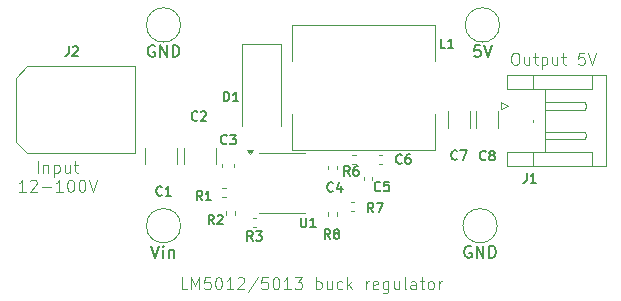
<source format=gbr>
%TF.GenerationSoftware,KiCad,Pcbnew,9.0.0*%
%TF.CreationDate,2025-04-05T15:37:09+05:30*%
%TF.ProjectId,Soldr_project,536f6c64-725f-4707-926f-6a6563742e6b,rev?*%
%TF.SameCoordinates,Original*%
%TF.FileFunction,Legend,Top*%
%TF.FilePolarity,Positive*%
%FSLAX46Y46*%
G04 Gerber Fmt 4.6, Leading zero omitted, Abs format (unit mm)*
G04 Created by KiCad (PCBNEW 9.0.0) date 2025-04-05 15:37:09*
%MOMM*%
%LPD*%
G01*
G04 APERTURE LIST*
%ADD10C,0.125000*%
%ADD11C,0.150000*%
%ADD12C,0.120000*%
G04 APERTURE END LIST*
D10*
X120999998Y-104371119D02*
X120523808Y-104371119D01*
X120523808Y-104371119D02*
X120523808Y-103371119D01*
X121333332Y-104371119D02*
X121333332Y-103371119D01*
X121333332Y-103371119D02*
X121666665Y-104085404D01*
X121666665Y-104085404D02*
X121999998Y-103371119D01*
X121999998Y-103371119D02*
X121999998Y-104371119D01*
X122952379Y-103371119D02*
X122476189Y-103371119D01*
X122476189Y-103371119D02*
X122428570Y-103847309D01*
X122428570Y-103847309D02*
X122476189Y-103799690D01*
X122476189Y-103799690D02*
X122571427Y-103752071D01*
X122571427Y-103752071D02*
X122809522Y-103752071D01*
X122809522Y-103752071D02*
X122904760Y-103799690D01*
X122904760Y-103799690D02*
X122952379Y-103847309D01*
X122952379Y-103847309D02*
X122999998Y-103942547D01*
X122999998Y-103942547D02*
X122999998Y-104180642D01*
X122999998Y-104180642D02*
X122952379Y-104275880D01*
X122952379Y-104275880D02*
X122904760Y-104323500D01*
X122904760Y-104323500D02*
X122809522Y-104371119D01*
X122809522Y-104371119D02*
X122571427Y-104371119D01*
X122571427Y-104371119D02*
X122476189Y-104323500D01*
X122476189Y-104323500D02*
X122428570Y-104275880D01*
X123619046Y-103371119D02*
X123714284Y-103371119D01*
X123714284Y-103371119D02*
X123809522Y-103418738D01*
X123809522Y-103418738D02*
X123857141Y-103466357D01*
X123857141Y-103466357D02*
X123904760Y-103561595D01*
X123904760Y-103561595D02*
X123952379Y-103752071D01*
X123952379Y-103752071D02*
X123952379Y-103990166D01*
X123952379Y-103990166D02*
X123904760Y-104180642D01*
X123904760Y-104180642D02*
X123857141Y-104275880D01*
X123857141Y-104275880D02*
X123809522Y-104323500D01*
X123809522Y-104323500D02*
X123714284Y-104371119D01*
X123714284Y-104371119D02*
X123619046Y-104371119D01*
X123619046Y-104371119D02*
X123523808Y-104323500D01*
X123523808Y-104323500D02*
X123476189Y-104275880D01*
X123476189Y-104275880D02*
X123428570Y-104180642D01*
X123428570Y-104180642D02*
X123380951Y-103990166D01*
X123380951Y-103990166D02*
X123380951Y-103752071D01*
X123380951Y-103752071D02*
X123428570Y-103561595D01*
X123428570Y-103561595D02*
X123476189Y-103466357D01*
X123476189Y-103466357D02*
X123523808Y-103418738D01*
X123523808Y-103418738D02*
X123619046Y-103371119D01*
X124904760Y-104371119D02*
X124333332Y-104371119D01*
X124619046Y-104371119D02*
X124619046Y-103371119D01*
X124619046Y-103371119D02*
X124523808Y-103513976D01*
X124523808Y-103513976D02*
X124428570Y-103609214D01*
X124428570Y-103609214D02*
X124333332Y-103656833D01*
X125285713Y-103466357D02*
X125333332Y-103418738D01*
X125333332Y-103418738D02*
X125428570Y-103371119D01*
X125428570Y-103371119D02*
X125666665Y-103371119D01*
X125666665Y-103371119D02*
X125761903Y-103418738D01*
X125761903Y-103418738D02*
X125809522Y-103466357D01*
X125809522Y-103466357D02*
X125857141Y-103561595D01*
X125857141Y-103561595D02*
X125857141Y-103656833D01*
X125857141Y-103656833D02*
X125809522Y-103799690D01*
X125809522Y-103799690D02*
X125238094Y-104371119D01*
X125238094Y-104371119D02*
X125857141Y-104371119D01*
X126999998Y-103323500D02*
X126142856Y-104609214D01*
X127809522Y-103371119D02*
X127333332Y-103371119D01*
X127333332Y-103371119D02*
X127285713Y-103847309D01*
X127285713Y-103847309D02*
X127333332Y-103799690D01*
X127333332Y-103799690D02*
X127428570Y-103752071D01*
X127428570Y-103752071D02*
X127666665Y-103752071D01*
X127666665Y-103752071D02*
X127761903Y-103799690D01*
X127761903Y-103799690D02*
X127809522Y-103847309D01*
X127809522Y-103847309D02*
X127857141Y-103942547D01*
X127857141Y-103942547D02*
X127857141Y-104180642D01*
X127857141Y-104180642D02*
X127809522Y-104275880D01*
X127809522Y-104275880D02*
X127761903Y-104323500D01*
X127761903Y-104323500D02*
X127666665Y-104371119D01*
X127666665Y-104371119D02*
X127428570Y-104371119D01*
X127428570Y-104371119D02*
X127333332Y-104323500D01*
X127333332Y-104323500D02*
X127285713Y-104275880D01*
X128476189Y-103371119D02*
X128571427Y-103371119D01*
X128571427Y-103371119D02*
X128666665Y-103418738D01*
X128666665Y-103418738D02*
X128714284Y-103466357D01*
X128714284Y-103466357D02*
X128761903Y-103561595D01*
X128761903Y-103561595D02*
X128809522Y-103752071D01*
X128809522Y-103752071D02*
X128809522Y-103990166D01*
X128809522Y-103990166D02*
X128761903Y-104180642D01*
X128761903Y-104180642D02*
X128714284Y-104275880D01*
X128714284Y-104275880D02*
X128666665Y-104323500D01*
X128666665Y-104323500D02*
X128571427Y-104371119D01*
X128571427Y-104371119D02*
X128476189Y-104371119D01*
X128476189Y-104371119D02*
X128380951Y-104323500D01*
X128380951Y-104323500D02*
X128333332Y-104275880D01*
X128333332Y-104275880D02*
X128285713Y-104180642D01*
X128285713Y-104180642D02*
X128238094Y-103990166D01*
X128238094Y-103990166D02*
X128238094Y-103752071D01*
X128238094Y-103752071D02*
X128285713Y-103561595D01*
X128285713Y-103561595D02*
X128333332Y-103466357D01*
X128333332Y-103466357D02*
X128380951Y-103418738D01*
X128380951Y-103418738D02*
X128476189Y-103371119D01*
X129761903Y-104371119D02*
X129190475Y-104371119D01*
X129476189Y-104371119D02*
X129476189Y-103371119D01*
X129476189Y-103371119D02*
X129380951Y-103513976D01*
X129380951Y-103513976D02*
X129285713Y-103609214D01*
X129285713Y-103609214D02*
X129190475Y-103656833D01*
X130095237Y-103371119D02*
X130714284Y-103371119D01*
X130714284Y-103371119D02*
X130380951Y-103752071D01*
X130380951Y-103752071D02*
X130523808Y-103752071D01*
X130523808Y-103752071D02*
X130619046Y-103799690D01*
X130619046Y-103799690D02*
X130666665Y-103847309D01*
X130666665Y-103847309D02*
X130714284Y-103942547D01*
X130714284Y-103942547D02*
X130714284Y-104180642D01*
X130714284Y-104180642D02*
X130666665Y-104275880D01*
X130666665Y-104275880D02*
X130619046Y-104323500D01*
X130619046Y-104323500D02*
X130523808Y-104371119D01*
X130523808Y-104371119D02*
X130238094Y-104371119D01*
X130238094Y-104371119D02*
X130142856Y-104323500D01*
X130142856Y-104323500D02*
X130095237Y-104275880D01*
X131904761Y-104371119D02*
X131904761Y-103371119D01*
X131904761Y-103752071D02*
X131999999Y-103704452D01*
X131999999Y-103704452D02*
X132190475Y-103704452D01*
X132190475Y-103704452D02*
X132285713Y-103752071D01*
X132285713Y-103752071D02*
X132333332Y-103799690D01*
X132333332Y-103799690D02*
X132380951Y-103894928D01*
X132380951Y-103894928D02*
X132380951Y-104180642D01*
X132380951Y-104180642D02*
X132333332Y-104275880D01*
X132333332Y-104275880D02*
X132285713Y-104323500D01*
X132285713Y-104323500D02*
X132190475Y-104371119D01*
X132190475Y-104371119D02*
X131999999Y-104371119D01*
X131999999Y-104371119D02*
X131904761Y-104323500D01*
X133238094Y-103704452D02*
X133238094Y-104371119D01*
X132809523Y-103704452D02*
X132809523Y-104228261D01*
X132809523Y-104228261D02*
X132857142Y-104323500D01*
X132857142Y-104323500D02*
X132952380Y-104371119D01*
X132952380Y-104371119D02*
X133095237Y-104371119D01*
X133095237Y-104371119D02*
X133190475Y-104323500D01*
X133190475Y-104323500D02*
X133238094Y-104275880D01*
X134142856Y-104323500D02*
X134047618Y-104371119D01*
X134047618Y-104371119D02*
X133857142Y-104371119D01*
X133857142Y-104371119D02*
X133761904Y-104323500D01*
X133761904Y-104323500D02*
X133714285Y-104275880D01*
X133714285Y-104275880D02*
X133666666Y-104180642D01*
X133666666Y-104180642D02*
X133666666Y-103894928D01*
X133666666Y-103894928D02*
X133714285Y-103799690D01*
X133714285Y-103799690D02*
X133761904Y-103752071D01*
X133761904Y-103752071D02*
X133857142Y-103704452D01*
X133857142Y-103704452D02*
X134047618Y-103704452D01*
X134047618Y-103704452D02*
X134142856Y-103752071D01*
X134571428Y-104371119D02*
X134571428Y-103371119D01*
X134666666Y-103990166D02*
X134952380Y-104371119D01*
X134952380Y-103704452D02*
X134571428Y-104085404D01*
X136142857Y-104371119D02*
X136142857Y-103704452D01*
X136142857Y-103894928D02*
X136190476Y-103799690D01*
X136190476Y-103799690D02*
X136238095Y-103752071D01*
X136238095Y-103752071D02*
X136333333Y-103704452D01*
X136333333Y-103704452D02*
X136428571Y-103704452D01*
X137142857Y-104323500D02*
X137047619Y-104371119D01*
X137047619Y-104371119D02*
X136857143Y-104371119D01*
X136857143Y-104371119D02*
X136761905Y-104323500D01*
X136761905Y-104323500D02*
X136714286Y-104228261D01*
X136714286Y-104228261D02*
X136714286Y-103847309D01*
X136714286Y-103847309D02*
X136761905Y-103752071D01*
X136761905Y-103752071D02*
X136857143Y-103704452D01*
X136857143Y-103704452D02*
X137047619Y-103704452D01*
X137047619Y-103704452D02*
X137142857Y-103752071D01*
X137142857Y-103752071D02*
X137190476Y-103847309D01*
X137190476Y-103847309D02*
X137190476Y-103942547D01*
X137190476Y-103942547D02*
X136714286Y-104037785D01*
X138047619Y-103704452D02*
X138047619Y-104513976D01*
X138047619Y-104513976D02*
X138000000Y-104609214D01*
X138000000Y-104609214D02*
X137952381Y-104656833D01*
X137952381Y-104656833D02*
X137857143Y-104704452D01*
X137857143Y-104704452D02*
X137714286Y-104704452D01*
X137714286Y-104704452D02*
X137619048Y-104656833D01*
X138047619Y-104323500D02*
X137952381Y-104371119D01*
X137952381Y-104371119D02*
X137761905Y-104371119D01*
X137761905Y-104371119D02*
X137666667Y-104323500D01*
X137666667Y-104323500D02*
X137619048Y-104275880D01*
X137619048Y-104275880D02*
X137571429Y-104180642D01*
X137571429Y-104180642D02*
X137571429Y-103894928D01*
X137571429Y-103894928D02*
X137619048Y-103799690D01*
X137619048Y-103799690D02*
X137666667Y-103752071D01*
X137666667Y-103752071D02*
X137761905Y-103704452D01*
X137761905Y-103704452D02*
X137952381Y-103704452D01*
X137952381Y-103704452D02*
X138047619Y-103752071D01*
X138952381Y-103704452D02*
X138952381Y-104371119D01*
X138523810Y-103704452D02*
X138523810Y-104228261D01*
X138523810Y-104228261D02*
X138571429Y-104323500D01*
X138571429Y-104323500D02*
X138666667Y-104371119D01*
X138666667Y-104371119D02*
X138809524Y-104371119D01*
X138809524Y-104371119D02*
X138904762Y-104323500D01*
X138904762Y-104323500D02*
X138952381Y-104275880D01*
X139571429Y-104371119D02*
X139476191Y-104323500D01*
X139476191Y-104323500D02*
X139428572Y-104228261D01*
X139428572Y-104228261D02*
X139428572Y-103371119D01*
X140380953Y-104371119D02*
X140380953Y-103847309D01*
X140380953Y-103847309D02*
X140333334Y-103752071D01*
X140333334Y-103752071D02*
X140238096Y-103704452D01*
X140238096Y-103704452D02*
X140047620Y-103704452D01*
X140047620Y-103704452D02*
X139952382Y-103752071D01*
X140380953Y-104323500D02*
X140285715Y-104371119D01*
X140285715Y-104371119D02*
X140047620Y-104371119D01*
X140047620Y-104371119D02*
X139952382Y-104323500D01*
X139952382Y-104323500D02*
X139904763Y-104228261D01*
X139904763Y-104228261D02*
X139904763Y-104133023D01*
X139904763Y-104133023D02*
X139952382Y-104037785D01*
X139952382Y-104037785D02*
X140047620Y-103990166D01*
X140047620Y-103990166D02*
X140285715Y-103990166D01*
X140285715Y-103990166D02*
X140380953Y-103942547D01*
X140714287Y-103704452D02*
X141095239Y-103704452D01*
X140857144Y-103371119D02*
X140857144Y-104228261D01*
X140857144Y-104228261D02*
X140904763Y-104323500D01*
X140904763Y-104323500D02*
X141000001Y-104371119D01*
X141000001Y-104371119D02*
X141095239Y-104371119D01*
X141571430Y-104371119D02*
X141476192Y-104323500D01*
X141476192Y-104323500D02*
X141428573Y-104275880D01*
X141428573Y-104275880D02*
X141380954Y-104180642D01*
X141380954Y-104180642D02*
X141380954Y-103894928D01*
X141380954Y-103894928D02*
X141428573Y-103799690D01*
X141428573Y-103799690D02*
X141476192Y-103752071D01*
X141476192Y-103752071D02*
X141571430Y-103704452D01*
X141571430Y-103704452D02*
X141714287Y-103704452D01*
X141714287Y-103704452D02*
X141809525Y-103752071D01*
X141809525Y-103752071D02*
X141857144Y-103799690D01*
X141857144Y-103799690D02*
X141904763Y-103894928D01*
X141904763Y-103894928D02*
X141904763Y-104180642D01*
X141904763Y-104180642D02*
X141857144Y-104275880D01*
X141857144Y-104275880D02*
X141809525Y-104323500D01*
X141809525Y-104323500D02*
X141714287Y-104371119D01*
X141714287Y-104371119D02*
X141571430Y-104371119D01*
X142333335Y-104371119D02*
X142333335Y-103704452D01*
X142333335Y-103894928D02*
X142380954Y-103799690D01*
X142380954Y-103799690D02*
X142428573Y-103752071D01*
X142428573Y-103752071D02*
X142523811Y-103704452D01*
X142523811Y-103704452D02*
X142619049Y-103704452D01*
X148690475Y-84371119D02*
X148880951Y-84371119D01*
X148880951Y-84371119D02*
X148976189Y-84418738D01*
X148976189Y-84418738D02*
X149071427Y-84513976D01*
X149071427Y-84513976D02*
X149119046Y-84704452D01*
X149119046Y-84704452D02*
X149119046Y-85037785D01*
X149119046Y-85037785D02*
X149071427Y-85228261D01*
X149071427Y-85228261D02*
X148976189Y-85323500D01*
X148976189Y-85323500D02*
X148880951Y-85371119D01*
X148880951Y-85371119D02*
X148690475Y-85371119D01*
X148690475Y-85371119D02*
X148595237Y-85323500D01*
X148595237Y-85323500D02*
X148499999Y-85228261D01*
X148499999Y-85228261D02*
X148452380Y-85037785D01*
X148452380Y-85037785D02*
X148452380Y-84704452D01*
X148452380Y-84704452D02*
X148499999Y-84513976D01*
X148499999Y-84513976D02*
X148595237Y-84418738D01*
X148595237Y-84418738D02*
X148690475Y-84371119D01*
X149976189Y-84704452D02*
X149976189Y-85371119D01*
X149547618Y-84704452D02*
X149547618Y-85228261D01*
X149547618Y-85228261D02*
X149595237Y-85323500D01*
X149595237Y-85323500D02*
X149690475Y-85371119D01*
X149690475Y-85371119D02*
X149833332Y-85371119D01*
X149833332Y-85371119D02*
X149928570Y-85323500D01*
X149928570Y-85323500D02*
X149976189Y-85275880D01*
X150309523Y-84704452D02*
X150690475Y-84704452D01*
X150452380Y-84371119D02*
X150452380Y-85228261D01*
X150452380Y-85228261D02*
X150499999Y-85323500D01*
X150499999Y-85323500D02*
X150595237Y-85371119D01*
X150595237Y-85371119D02*
X150690475Y-85371119D01*
X151023809Y-84704452D02*
X151023809Y-85704452D01*
X151023809Y-84752071D02*
X151119047Y-84704452D01*
X151119047Y-84704452D02*
X151309523Y-84704452D01*
X151309523Y-84704452D02*
X151404761Y-84752071D01*
X151404761Y-84752071D02*
X151452380Y-84799690D01*
X151452380Y-84799690D02*
X151499999Y-84894928D01*
X151499999Y-84894928D02*
X151499999Y-85180642D01*
X151499999Y-85180642D02*
X151452380Y-85275880D01*
X151452380Y-85275880D02*
X151404761Y-85323500D01*
X151404761Y-85323500D02*
X151309523Y-85371119D01*
X151309523Y-85371119D02*
X151119047Y-85371119D01*
X151119047Y-85371119D02*
X151023809Y-85323500D01*
X152357142Y-84704452D02*
X152357142Y-85371119D01*
X151928571Y-84704452D02*
X151928571Y-85228261D01*
X151928571Y-85228261D02*
X151976190Y-85323500D01*
X151976190Y-85323500D02*
X152071428Y-85371119D01*
X152071428Y-85371119D02*
X152214285Y-85371119D01*
X152214285Y-85371119D02*
X152309523Y-85323500D01*
X152309523Y-85323500D02*
X152357142Y-85275880D01*
X152690476Y-84704452D02*
X153071428Y-84704452D01*
X152833333Y-84371119D02*
X152833333Y-85228261D01*
X152833333Y-85228261D02*
X152880952Y-85323500D01*
X152880952Y-85323500D02*
X152976190Y-85371119D01*
X152976190Y-85371119D02*
X153071428Y-85371119D01*
X154642857Y-84371119D02*
X154166667Y-84371119D01*
X154166667Y-84371119D02*
X154119048Y-84847309D01*
X154119048Y-84847309D02*
X154166667Y-84799690D01*
X154166667Y-84799690D02*
X154261905Y-84752071D01*
X154261905Y-84752071D02*
X154500000Y-84752071D01*
X154500000Y-84752071D02*
X154595238Y-84799690D01*
X154595238Y-84799690D02*
X154642857Y-84847309D01*
X154642857Y-84847309D02*
X154690476Y-84942547D01*
X154690476Y-84942547D02*
X154690476Y-85180642D01*
X154690476Y-85180642D02*
X154642857Y-85275880D01*
X154642857Y-85275880D02*
X154595238Y-85323500D01*
X154595238Y-85323500D02*
X154500000Y-85371119D01*
X154500000Y-85371119D02*
X154261905Y-85371119D01*
X154261905Y-85371119D02*
X154166667Y-85323500D01*
X154166667Y-85323500D02*
X154119048Y-85275880D01*
X154976191Y-84371119D02*
X155309524Y-85371119D01*
X155309524Y-85371119D02*
X155642857Y-84371119D01*
X108357143Y-94511175D02*
X108357143Y-93511175D01*
X108833333Y-93844508D02*
X108833333Y-94511175D01*
X108833333Y-93939746D02*
X108880952Y-93892127D01*
X108880952Y-93892127D02*
X108976190Y-93844508D01*
X108976190Y-93844508D02*
X109119047Y-93844508D01*
X109119047Y-93844508D02*
X109214285Y-93892127D01*
X109214285Y-93892127D02*
X109261904Y-93987365D01*
X109261904Y-93987365D02*
X109261904Y-94511175D01*
X109738095Y-93844508D02*
X109738095Y-94844508D01*
X109738095Y-93892127D02*
X109833333Y-93844508D01*
X109833333Y-93844508D02*
X110023809Y-93844508D01*
X110023809Y-93844508D02*
X110119047Y-93892127D01*
X110119047Y-93892127D02*
X110166666Y-93939746D01*
X110166666Y-93939746D02*
X110214285Y-94034984D01*
X110214285Y-94034984D02*
X110214285Y-94320698D01*
X110214285Y-94320698D02*
X110166666Y-94415936D01*
X110166666Y-94415936D02*
X110119047Y-94463556D01*
X110119047Y-94463556D02*
X110023809Y-94511175D01*
X110023809Y-94511175D02*
X109833333Y-94511175D01*
X109833333Y-94511175D02*
X109738095Y-94463556D01*
X111071428Y-93844508D02*
X111071428Y-94511175D01*
X110642857Y-93844508D02*
X110642857Y-94368317D01*
X110642857Y-94368317D02*
X110690476Y-94463556D01*
X110690476Y-94463556D02*
X110785714Y-94511175D01*
X110785714Y-94511175D02*
X110928571Y-94511175D01*
X110928571Y-94511175D02*
X111023809Y-94463556D01*
X111023809Y-94463556D02*
X111071428Y-94415936D01*
X111404762Y-93844508D02*
X111785714Y-93844508D01*
X111547619Y-93511175D02*
X111547619Y-94368317D01*
X111547619Y-94368317D02*
X111595238Y-94463556D01*
X111595238Y-94463556D02*
X111690476Y-94511175D01*
X111690476Y-94511175D02*
X111785714Y-94511175D01*
X107333333Y-96121119D02*
X106761905Y-96121119D01*
X107047619Y-96121119D02*
X107047619Y-95121119D01*
X107047619Y-95121119D02*
X106952381Y-95263976D01*
X106952381Y-95263976D02*
X106857143Y-95359214D01*
X106857143Y-95359214D02*
X106761905Y-95406833D01*
X107714286Y-95216357D02*
X107761905Y-95168738D01*
X107761905Y-95168738D02*
X107857143Y-95121119D01*
X107857143Y-95121119D02*
X108095238Y-95121119D01*
X108095238Y-95121119D02*
X108190476Y-95168738D01*
X108190476Y-95168738D02*
X108238095Y-95216357D01*
X108238095Y-95216357D02*
X108285714Y-95311595D01*
X108285714Y-95311595D02*
X108285714Y-95406833D01*
X108285714Y-95406833D02*
X108238095Y-95549690D01*
X108238095Y-95549690D02*
X107666667Y-96121119D01*
X107666667Y-96121119D02*
X108285714Y-96121119D01*
X108714286Y-95740166D02*
X109476191Y-95740166D01*
X110476190Y-96121119D02*
X109904762Y-96121119D01*
X110190476Y-96121119D02*
X110190476Y-95121119D01*
X110190476Y-95121119D02*
X110095238Y-95263976D01*
X110095238Y-95263976D02*
X110000000Y-95359214D01*
X110000000Y-95359214D02*
X109904762Y-95406833D01*
X111095238Y-95121119D02*
X111190476Y-95121119D01*
X111190476Y-95121119D02*
X111285714Y-95168738D01*
X111285714Y-95168738D02*
X111333333Y-95216357D01*
X111333333Y-95216357D02*
X111380952Y-95311595D01*
X111380952Y-95311595D02*
X111428571Y-95502071D01*
X111428571Y-95502071D02*
X111428571Y-95740166D01*
X111428571Y-95740166D02*
X111380952Y-95930642D01*
X111380952Y-95930642D02*
X111333333Y-96025880D01*
X111333333Y-96025880D02*
X111285714Y-96073500D01*
X111285714Y-96073500D02*
X111190476Y-96121119D01*
X111190476Y-96121119D02*
X111095238Y-96121119D01*
X111095238Y-96121119D02*
X111000000Y-96073500D01*
X111000000Y-96073500D02*
X110952381Y-96025880D01*
X110952381Y-96025880D02*
X110904762Y-95930642D01*
X110904762Y-95930642D02*
X110857143Y-95740166D01*
X110857143Y-95740166D02*
X110857143Y-95502071D01*
X110857143Y-95502071D02*
X110904762Y-95311595D01*
X110904762Y-95311595D02*
X110952381Y-95216357D01*
X110952381Y-95216357D02*
X111000000Y-95168738D01*
X111000000Y-95168738D02*
X111095238Y-95121119D01*
X112047619Y-95121119D02*
X112142857Y-95121119D01*
X112142857Y-95121119D02*
X112238095Y-95168738D01*
X112238095Y-95168738D02*
X112285714Y-95216357D01*
X112285714Y-95216357D02*
X112333333Y-95311595D01*
X112333333Y-95311595D02*
X112380952Y-95502071D01*
X112380952Y-95502071D02*
X112380952Y-95740166D01*
X112380952Y-95740166D02*
X112333333Y-95930642D01*
X112333333Y-95930642D02*
X112285714Y-96025880D01*
X112285714Y-96025880D02*
X112238095Y-96073500D01*
X112238095Y-96073500D02*
X112142857Y-96121119D01*
X112142857Y-96121119D02*
X112047619Y-96121119D01*
X112047619Y-96121119D02*
X111952381Y-96073500D01*
X111952381Y-96073500D02*
X111904762Y-96025880D01*
X111904762Y-96025880D02*
X111857143Y-95930642D01*
X111857143Y-95930642D02*
X111809524Y-95740166D01*
X111809524Y-95740166D02*
X111809524Y-95502071D01*
X111809524Y-95502071D02*
X111857143Y-95311595D01*
X111857143Y-95311595D02*
X111904762Y-95216357D01*
X111904762Y-95216357D02*
X111952381Y-95168738D01*
X111952381Y-95168738D02*
X112047619Y-95121119D01*
X112666667Y-95121119D02*
X113000000Y-96121119D01*
X113000000Y-96121119D02*
X113333333Y-95121119D01*
D11*
X130640476Y-98312295D02*
X130640476Y-98959914D01*
X130640476Y-98959914D02*
X130678571Y-99036104D01*
X130678571Y-99036104D02*
X130716666Y-99074200D01*
X130716666Y-99074200D02*
X130792857Y-99112295D01*
X130792857Y-99112295D02*
X130945238Y-99112295D01*
X130945238Y-99112295D02*
X131021428Y-99074200D01*
X131021428Y-99074200D02*
X131059523Y-99036104D01*
X131059523Y-99036104D02*
X131097619Y-98959914D01*
X131097619Y-98959914D02*
X131097619Y-98312295D01*
X131897618Y-99112295D02*
X131440475Y-99112295D01*
X131669047Y-99112295D02*
X131669047Y-98312295D01*
X131669047Y-98312295D02*
X131592856Y-98426580D01*
X131592856Y-98426580D02*
X131516666Y-98502771D01*
X131516666Y-98502771D02*
X131440475Y-98540866D01*
X118238095Y-83752438D02*
X118142857Y-83704819D01*
X118142857Y-83704819D02*
X118000000Y-83704819D01*
X118000000Y-83704819D02*
X117857143Y-83752438D01*
X117857143Y-83752438D02*
X117761905Y-83847676D01*
X117761905Y-83847676D02*
X117714286Y-83942914D01*
X117714286Y-83942914D02*
X117666667Y-84133390D01*
X117666667Y-84133390D02*
X117666667Y-84276247D01*
X117666667Y-84276247D02*
X117714286Y-84466723D01*
X117714286Y-84466723D02*
X117761905Y-84561961D01*
X117761905Y-84561961D02*
X117857143Y-84657200D01*
X117857143Y-84657200D02*
X118000000Y-84704819D01*
X118000000Y-84704819D02*
X118095238Y-84704819D01*
X118095238Y-84704819D02*
X118238095Y-84657200D01*
X118238095Y-84657200D02*
X118285714Y-84609580D01*
X118285714Y-84609580D02*
X118285714Y-84276247D01*
X118285714Y-84276247D02*
X118095238Y-84276247D01*
X118714286Y-84704819D02*
X118714286Y-83704819D01*
X118714286Y-83704819D02*
X119285714Y-84704819D01*
X119285714Y-84704819D02*
X119285714Y-83704819D01*
X119761905Y-84704819D02*
X119761905Y-83704819D01*
X119761905Y-83704819D02*
X120000000Y-83704819D01*
X120000000Y-83704819D02*
X120142857Y-83752438D01*
X120142857Y-83752438D02*
X120238095Y-83847676D01*
X120238095Y-83847676D02*
X120285714Y-83942914D01*
X120285714Y-83942914D02*
X120333333Y-84133390D01*
X120333333Y-84133390D02*
X120333333Y-84276247D01*
X120333333Y-84276247D02*
X120285714Y-84466723D01*
X120285714Y-84466723D02*
X120238095Y-84561961D01*
X120238095Y-84561961D02*
X120142857Y-84657200D01*
X120142857Y-84657200D02*
X120000000Y-84704819D01*
X120000000Y-84704819D02*
X119761905Y-84704819D01*
X117976191Y-100704819D02*
X118309524Y-101704819D01*
X118309524Y-101704819D02*
X118642857Y-100704819D01*
X118976191Y-101704819D02*
X118976191Y-101038152D01*
X118976191Y-100704819D02*
X118928572Y-100752438D01*
X118928572Y-100752438D02*
X118976191Y-100800057D01*
X118976191Y-100800057D02*
X119023810Y-100752438D01*
X119023810Y-100752438D02*
X118976191Y-100704819D01*
X118976191Y-100704819D02*
X118976191Y-100800057D01*
X119452381Y-101038152D02*
X119452381Y-101704819D01*
X119452381Y-101133390D02*
X119500000Y-101085771D01*
X119500000Y-101085771D02*
X119595238Y-101038152D01*
X119595238Y-101038152D02*
X119738095Y-101038152D01*
X119738095Y-101038152D02*
X119833333Y-101085771D01*
X119833333Y-101085771D02*
X119880952Y-101181009D01*
X119880952Y-101181009D02*
X119880952Y-101704819D01*
X145038095Y-100752438D02*
X144942857Y-100704819D01*
X144942857Y-100704819D02*
X144800000Y-100704819D01*
X144800000Y-100704819D02*
X144657143Y-100752438D01*
X144657143Y-100752438D02*
X144561905Y-100847676D01*
X144561905Y-100847676D02*
X144514286Y-100942914D01*
X144514286Y-100942914D02*
X144466667Y-101133390D01*
X144466667Y-101133390D02*
X144466667Y-101276247D01*
X144466667Y-101276247D02*
X144514286Y-101466723D01*
X144514286Y-101466723D02*
X144561905Y-101561961D01*
X144561905Y-101561961D02*
X144657143Y-101657200D01*
X144657143Y-101657200D02*
X144800000Y-101704819D01*
X144800000Y-101704819D02*
X144895238Y-101704819D01*
X144895238Y-101704819D02*
X145038095Y-101657200D01*
X145038095Y-101657200D02*
X145085714Y-101609580D01*
X145085714Y-101609580D02*
X145085714Y-101276247D01*
X145085714Y-101276247D02*
X144895238Y-101276247D01*
X145514286Y-101704819D02*
X145514286Y-100704819D01*
X145514286Y-100704819D02*
X146085714Y-101704819D01*
X146085714Y-101704819D02*
X146085714Y-100704819D01*
X146561905Y-101704819D02*
X146561905Y-100704819D01*
X146561905Y-100704819D02*
X146800000Y-100704819D01*
X146800000Y-100704819D02*
X146942857Y-100752438D01*
X146942857Y-100752438D02*
X147038095Y-100847676D01*
X147038095Y-100847676D02*
X147085714Y-100942914D01*
X147085714Y-100942914D02*
X147133333Y-101133390D01*
X147133333Y-101133390D02*
X147133333Y-101276247D01*
X147133333Y-101276247D02*
X147085714Y-101466723D01*
X147085714Y-101466723D02*
X147038095Y-101561961D01*
X147038095Y-101561961D02*
X146942857Y-101657200D01*
X146942857Y-101657200D02*
X146800000Y-101704819D01*
X146800000Y-101704819D02*
X146561905Y-101704819D01*
X145809523Y-83704819D02*
X145333333Y-83704819D01*
X145333333Y-83704819D02*
X145285714Y-84181009D01*
X145285714Y-84181009D02*
X145333333Y-84133390D01*
X145333333Y-84133390D02*
X145428571Y-84085771D01*
X145428571Y-84085771D02*
X145666666Y-84085771D01*
X145666666Y-84085771D02*
X145761904Y-84133390D01*
X145761904Y-84133390D02*
X145809523Y-84181009D01*
X145809523Y-84181009D02*
X145857142Y-84276247D01*
X145857142Y-84276247D02*
X145857142Y-84514342D01*
X145857142Y-84514342D02*
X145809523Y-84609580D01*
X145809523Y-84609580D02*
X145761904Y-84657200D01*
X145761904Y-84657200D02*
X145666666Y-84704819D01*
X145666666Y-84704819D02*
X145428571Y-84704819D01*
X145428571Y-84704819D02*
X145333333Y-84657200D01*
X145333333Y-84657200D02*
X145285714Y-84609580D01*
X146142857Y-83704819D02*
X146476190Y-84704819D01*
X146476190Y-84704819D02*
X146809523Y-83704819D01*
X149733333Y-94562295D02*
X149733333Y-95133723D01*
X149733333Y-95133723D02*
X149695238Y-95248009D01*
X149695238Y-95248009D02*
X149619047Y-95324200D01*
X149619047Y-95324200D02*
X149504762Y-95362295D01*
X149504762Y-95362295D02*
X149428571Y-95362295D01*
X150533333Y-95362295D02*
X150076190Y-95362295D01*
X150304762Y-95362295D02*
X150304762Y-94562295D01*
X150304762Y-94562295D02*
X150228571Y-94676580D01*
X150228571Y-94676580D02*
X150152381Y-94752771D01*
X150152381Y-94752771D02*
X150076190Y-94790866D01*
X133116667Y-100112295D02*
X132850000Y-99731342D01*
X132659524Y-100112295D02*
X132659524Y-99312295D01*
X132659524Y-99312295D02*
X132964286Y-99312295D01*
X132964286Y-99312295D02*
X133040476Y-99350390D01*
X133040476Y-99350390D02*
X133078571Y-99388485D01*
X133078571Y-99388485D02*
X133116667Y-99464676D01*
X133116667Y-99464676D02*
X133116667Y-99578961D01*
X133116667Y-99578961D02*
X133078571Y-99655152D01*
X133078571Y-99655152D02*
X133040476Y-99693247D01*
X133040476Y-99693247D02*
X132964286Y-99731342D01*
X132964286Y-99731342D02*
X132659524Y-99731342D01*
X133573809Y-99655152D02*
X133497619Y-99617057D01*
X133497619Y-99617057D02*
X133459524Y-99578961D01*
X133459524Y-99578961D02*
X133421428Y-99502771D01*
X133421428Y-99502771D02*
X133421428Y-99464676D01*
X133421428Y-99464676D02*
X133459524Y-99388485D01*
X133459524Y-99388485D02*
X133497619Y-99350390D01*
X133497619Y-99350390D02*
X133573809Y-99312295D01*
X133573809Y-99312295D02*
X133726190Y-99312295D01*
X133726190Y-99312295D02*
X133802381Y-99350390D01*
X133802381Y-99350390D02*
X133840476Y-99388485D01*
X133840476Y-99388485D02*
X133878571Y-99464676D01*
X133878571Y-99464676D02*
X133878571Y-99502771D01*
X133878571Y-99502771D02*
X133840476Y-99578961D01*
X133840476Y-99578961D02*
X133802381Y-99617057D01*
X133802381Y-99617057D02*
X133726190Y-99655152D01*
X133726190Y-99655152D02*
X133573809Y-99655152D01*
X133573809Y-99655152D02*
X133497619Y-99693247D01*
X133497619Y-99693247D02*
X133459524Y-99731342D01*
X133459524Y-99731342D02*
X133421428Y-99807533D01*
X133421428Y-99807533D02*
X133421428Y-99959914D01*
X133421428Y-99959914D02*
X133459524Y-100036104D01*
X133459524Y-100036104D02*
X133497619Y-100074200D01*
X133497619Y-100074200D02*
X133573809Y-100112295D01*
X133573809Y-100112295D02*
X133726190Y-100112295D01*
X133726190Y-100112295D02*
X133802381Y-100074200D01*
X133802381Y-100074200D02*
X133840476Y-100036104D01*
X133840476Y-100036104D02*
X133878571Y-99959914D01*
X133878571Y-99959914D02*
X133878571Y-99807533D01*
X133878571Y-99807533D02*
X133840476Y-99731342D01*
X133840476Y-99731342D02*
X133802381Y-99693247D01*
X133802381Y-99693247D02*
X133726190Y-99655152D01*
X136766667Y-97862295D02*
X136500000Y-97481342D01*
X136309524Y-97862295D02*
X136309524Y-97062295D01*
X136309524Y-97062295D02*
X136614286Y-97062295D01*
X136614286Y-97062295D02*
X136690476Y-97100390D01*
X136690476Y-97100390D02*
X136728571Y-97138485D01*
X136728571Y-97138485D02*
X136766667Y-97214676D01*
X136766667Y-97214676D02*
X136766667Y-97328961D01*
X136766667Y-97328961D02*
X136728571Y-97405152D01*
X136728571Y-97405152D02*
X136690476Y-97443247D01*
X136690476Y-97443247D02*
X136614286Y-97481342D01*
X136614286Y-97481342D02*
X136309524Y-97481342D01*
X137033333Y-97062295D02*
X137566667Y-97062295D01*
X137566667Y-97062295D02*
X137223809Y-97862295D01*
X134766667Y-94762295D02*
X134500000Y-94381342D01*
X134309524Y-94762295D02*
X134309524Y-93962295D01*
X134309524Y-93962295D02*
X134614286Y-93962295D01*
X134614286Y-93962295D02*
X134690476Y-94000390D01*
X134690476Y-94000390D02*
X134728571Y-94038485D01*
X134728571Y-94038485D02*
X134766667Y-94114676D01*
X134766667Y-94114676D02*
X134766667Y-94228961D01*
X134766667Y-94228961D02*
X134728571Y-94305152D01*
X134728571Y-94305152D02*
X134690476Y-94343247D01*
X134690476Y-94343247D02*
X134614286Y-94381342D01*
X134614286Y-94381342D02*
X134309524Y-94381342D01*
X135452381Y-93962295D02*
X135300000Y-93962295D01*
X135300000Y-93962295D02*
X135223809Y-94000390D01*
X135223809Y-94000390D02*
X135185714Y-94038485D01*
X135185714Y-94038485D02*
X135109524Y-94152771D01*
X135109524Y-94152771D02*
X135071428Y-94305152D01*
X135071428Y-94305152D02*
X135071428Y-94609914D01*
X135071428Y-94609914D02*
X135109524Y-94686104D01*
X135109524Y-94686104D02*
X135147619Y-94724200D01*
X135147619Y-94724200D02*
X135223809Y-94762295D01*
X135223809Y-94762295D02*
X135376190Y-94762295D01*
X135376190Y-94762295D02*
X135452381Y-94724200D01*
X135452381Y-94724200D02*
X135490476Y-94686104D01*
X135490476Y-94686104D02*
X135528571Y-94609914D01*
X135528571Y-94609914D02*
X135528571Y-94419438D01*
X135528571Y-94419438D02*
X135490476Y-94343247D01*
X135490476Y-94343247D02*
X135452381Y-94305152D01*
X135452381Y-94305152D02*
X135376190Y-94267057D01*
X135376190Y-94267057D02*
X135223809Y-94267057D01*
X135223809Y-94267057D02*
X135147619Y-94305152D01*
X135147619Y-94305152D02*
X135109524Y-94343247D01*
X135109524Y-94343247D02*
X135071428Y-94419438D01*
X126566667Y-100262295D02*
X126300000Y-99881342D01*
X126109524Y-100262295D02*
X126109524Y-99462295D01*
X126109524Y-99462295D02*
X126414286Y-99462295D01*
X126414286Y-99462295D02*
X126490476Y-99500390D01*
X126490476Y-99500390D02*
X126528571Y-99538485D01*
X126528571Y-99538485D02*
X126566667Y-99614676D01*
X126566667Y-99614676D02*
X126566667Y-99728961D01*
X126566667Y-99728961D02*
X126528571Y-99805152D01*
X126528571Y-99805152D02*
X126490476Y-99843247D01*
X126490476Y-99843247D02*
X126414286Y-99881342D01*
X126414286Y-99881342D02*
X126109524Y-99881342D01*
X126833333Y-99462295D02*
X127328571Y-99462295D01*
X127328571Y-99462295D02*
X127061905Y-99767057D01*
X127061905Y-99767057D02*
X127176190Y-99767057D01*
X127176190Y-99767057D02*
X127252381Y-99805152D01*
X127252381Y-99805152D02*
X127290476Y-99843247D01*
X127290476Y-99843247D02*
X127328571Y-99919438D01*
X127328571Y-99919438D02*
X127328571Y-100109914D01*
X127328571Y-100109914D02*
X127290476Y-100186104D01*
X127290476Y-100186104D02*
X127252381Y-100224200D01*
X127252381Y-100224200D02*
X127176190Y-100262295D01*
X127176190Y-100262295D02*
X126947619Y-100262295D01*
X126947619Y-100262295D02*
X126871428Y-100224200D01*
X126871428Y-100224200D02*
X126833333Y-100186104D01*
X123266667Y-98862295D02*
X123000000Y-98481342D01*
X122809524Y-98862295D02*
X122809524Y-98062295D01*
X122809524Y-98062295D02*
X123114286Y-98062295D01*
X123114286Y-98062295D02*
X123190476Y-98100390D01*
X123190476Y-98100390D02*
X123228571Y-98138485D01*
X123228571Y-98138485D02*
X123266667Y-98214676D01*
X123266667Y-98214676D02*
X123266667Y-98328961D01*
X123266667Y-98328961D02*
X123228571Y-98405152D01*
X123228571Y-98405152D02*
X123190476Y-98443247D01*
X123190476Y-98443247D02*
X123114286Y-98481342D01*
X123114286Y-98481342D02*
X122809524Y-98481342D01*
X123571428Y-98138485D02*
X123609524Y-98100390D01*
X123609524Y-98100390D02*
X123685714Y-98062295D01*
X123685714Y-98062295D02*
X123876190Y-98062295D01*
X123876190Y-98062295D02*
X123952381Y-98100390D01*
X123952381Y-98100390D02*
X123990476Y-98138485D01*
X123990476Y-98138485D02*
X124028571Y-98214676D01*
X124028571Y-98214676D02*
X124028571Y-98290866D01*
X124028571Y-98290866D02*
X123990476Y-98405152D01*
X123990476Y-98405152D02*
X123533333Y-98862295D01*
X123533333Y-98862295D02*
X124028571Y-98862295D01*
X122266667Y-96862295D02*
X122000000Y-96481342D01*
X121809524Y-96862295D02*
X121809524Y-96062295D01*
X121809524Y-96062295D02*
X122114286Y-96062295D01*
X122114286Y-96062295D02*
X122190476Y-96100390D01*
X122190476Y-96100390D02*
X122228571Y-96138485D01*
X122228571Y-96138485D02*
X122266667Y-96214676D01*
X122266667Y-96214676D02*
X122266667Y-96328961D01*
X122266667Y-96328961D02*
X122228571Y-96405152D01*
X122228571Y-96405152D02*
X122190476Y-96443247D01*
X122190476Y-96443247D02*
X122114286Y-96481342D01*
X122114286Y-96481342D02*
X121809524Y-96481342D01*
X123028571Y-96862295D02*
X122571428Y-96862295D01*
X122800000Y-96862295D02*
X122800000Y-96062295D01*
X122800000Y-96062295D02*
X122723809Y-96176580D01*
X122723809Y-96176580D02*
X122647619Y-96252771D01*
X122647619Y-96252771D02*
X122571428Y-96290866D01*
X142866666Y-83962295D02*
X142485714Y-83962295D01*
X142485714Y-83962295D02*
X142485714Y-83162295D01*
X143552380Y-83962295D02*
X143095237Y-83962295D01*
X143323809Y-83962295D02*
X143323809Y-83162295D01*
X143323809Y-83162295D02*
X143247618Y-83276580D01*
X143247618Y-83276580D02*
X143171428Y-83352771D01*
X143171428Y-83352771D02*
X143095237Y-83390866D01*
X110983333Y-83812295D02*
X110983333Y-84383723D01*
X110983333Y-84383723D02*
X110945238Y-84498009D01*
X110945238Y-84498009D02*
X110869047Y-84574200D01*
X110869047Y-84574200D02*
X110754762Y-84612295D01*
X110754762Y-84612295D02*
X110678571Y-84612295D01*
X111326190Y-83888485D02*
X111364286Y-83850390D01*
X111364286Y-83850390D02*
X111440476Y-83812295D01*
X111440476Y-83812295D02*
X111630952Y-83812295D01*
X111630952Y-83812295D02*
X111707143Y-83850390D01*
X111707143Y-83850390D02*
X111745238Y-83888485D01*
X111745238Y-83888485D02*
X111783333Y-83964676D01*
X111783333Y-83964676D02*
X111783333Y-84040866D01*
X111783333Y-84040866D02*
X111745238Y-84155152D01*
X111745238Y-84155152D02*
X111288095Y-84612295D01*
X111288095Y-84612295D02*
X111783333Y-84612295D01*
X124109524Y-88462295D02*
X124109524Y-87662295D01*
X124109524Y-87662295D02*
X124300000Y-87662295D01*
X124300000Y-87662295D02*
X124414286Y-87700390D01*
X124414286Y-87700390D02*
X124490476Y-87776580D01*
X124490476Y-87776580D02*
X124528571Y-87852771D01*
X124528571Y-87852771D02*
X124566667Y-88005152D01*
X124566667Y-88005152D02*
X124566667Y-88119438D01*
X124566667Y-88119438D02*
X124528571Y-88271819D01*
X124528571Y-88271819D02*
X124490476Y-88348009D01*
X124490476Y-88348009D02*
X124414286Y-88424200D01*
X124414286Y-88424200D02*
X124300000Y-88462295D01*
X124300000Y-88462295D02*
X124109524Y-88462295D01*
X125328571Y-88462295D02*
X124871428Y-88462295D01*
X125100000Y-88462295D02*
X125100000Y-87662295D01*
X125100000Y-87662295D02*
X125023809Y-87776580D01*
X125023809Y-87776580D02*
X124947619Y-87852771D01*
X124947619Y-87852771D02*
X124871428Y-87890866D01*
X146266667Y-93386104D02*
X146228571Y-93424200D01*
X146228571Y-93424200D02*
X146114286Y-93462295D01*
X146114286Y-93462295D02*
X146038095Y-93462295D01*
X146038095Y-93462295D02*
X145923809Y-93424200D01*
X145923809Y-93424200D02*
X145847619Y-93348009D01*
X145847619Y-93348009D02*
X145809524Y-93271819D01*
X145809524Y-93271819D02*
X145771428Y-93119438D01*
X145771428Y-93119438D02*
X145771428Y-93005152D01*
X145771428Y-93005152D02*
X145809524Y-92852771D01*
X145809524Y-92852771D02*
X145847619Y-92776580D01*
X145847619Y-92776580D02*
X145923809Y-92700390D01*
X145923809Y-92700390D02*
X146038095Y-92662295D01*
X146038095Y-92662295D02*
X146114286Y-92662295D01*
X146114286Y-92662295D02*
X146228571Y-92700390D01*
X146228571Y-92700390D02*
X146266667Y-92738485D01*
X146723809Y-93005152D02*
X146647619Y-92967057D01*
X146647619Y-92967057D02*
X146609524Y-92928961D01*
X146609524Y-92928961D02*
X146571428Y-92852771D01*
X146571428Y-92852771D02*
X146571428Y-92814676D01*
X146571428Y-92814676D02*
X146609524Y-92738485D01*
X146609524Y-92738485D02*
X146647619Y-92700390D01*
X146647619Y-92700390D02*
X146723809Y-92662295D01*
X146723809Y-92662295D02*
X146876190Y-92662295D01*
X146876190Y-92662295D02*
X146952381Y-92700390D01*
X146952381Y-92700390D02*
X146990476Y-92738485D01*
X146990476Y-92738485D02*
X147028571Y-92814676D01*
X147028571Y-92814676D02*
X147028571Y-92852771D01*
X147028571Y-92852771D02*
X146990476Y-92928961D01*
X146990476Y-92928961D02*
X146952381Y-92967057D01*
X146952381Y-92967057D02*
X146876190Y-93005152D01*
X146876190Y-93005152D02*
X146723809Y-93005152D01*
X146723809Y-93005152D02*
X146647619Y-93043247D01*
X146647619Y-93043247D02*
X146609524Y-93081342D01*
X146609524Y-93081342D02*
X146571428Y-93157533D01*
X146571428Y-93157533D02*
X146571428Y-93309914D01*
X146571428Y-93309914D02*
X146609524Y-93386104D01*
X146609524Y-93386104D02*
X146647619Y-93424200D01*
X146647619Y-93424200D02*
X146723809Y-93462295D01*
X146723809Y-93462295D02*
X146876190Y-93462295D01*
X146876190Y-93462295D02*
X146952381Y-93424200D01*
X146952381Y-93424200D02*
X146990476Y-93386104D01*
X146990476Y-93386104D02*
X147028571Y-93309914D01*
X147028571Y-93309914D02*
X147028571Y-93157533D01*
X147028571Y-93157533D02*
X146990476Y-93081342D01*
X146990476Y-93081342D02*
X146952381Y-93043247D01*
X146952381Y-93043247D02*
X146876190Y-93005152D01*
X143866667Y-93348604D02*
X143828571Y-93386700D01*
X143828571Y-93386700D02*
X143714286Y-93424795D01*
X143714286Y-93424795D02*
X143638095Y-93424795D01*
X143638095Y-93424795D02*
X143523809Y-93386700D01*
X143523809Y-93386700D02*
X143447619Y-93310509D01*
X143447619Y-93310509D02*
X143409524Y-93234319D01*
X143409524Y-93234319D02*
X143371428Y-93081938D01*
X143371428Y-93081938D02*
X143371428Y-92967652D01*
X143371428Y-92967652D02*
X143409524Y-92815271D01*
X143409524Y-92815271D02*
X143447619Y-92739080D01*
X143447619Y-92739080D02*
X143523809Y-92662890D01*
X143523809Y-92662890D02*
X143638095Y-92624795D01*
X143638095Y-92624795D02*
X143714286Y-92624795D01*
X143714286Y-92624795D02*
X143828571Y-92662890D01*
X143828571Y-92662890D02*
X143866667Y-92700985D01*
X144133333Y-92624795D02*
X144666667Y-92624795D01*
X144666667Y-92624795D02*
X144323809Y-93424795D01*
X139166667Y-93686104D02*
X139128571Y-93724200D01*
X139128571Y-93724200D02*
X139014286Y-93762295D01*
X139014286Y-93762295D02*
X138938095Y-93762295D01*
X138938095Y-93762295D02*
X138823809Y-93724200D01*
X138823809Y-93724200D02*
X138747619Y-93648009D01*
X138747619Y-93648009D02*
X138709524Y-93571819D01*
X138709524Y-93571819D02*
X138671428Y-93419438D01*
X138671428Y-93419438D02*
X138671428Y-93305152D01*
X138671428Y-93305152D02*
X138709524Y-93152771D01*
X138709524Y-93152771D02*
X138747619Y-93076580D01*
X138747619Y-93076580D02*
X138823809Y-93000390D01*
X138823809Y-93000390D02*
X138938095Y-92962295D01*
X138938095Y-92962295D02*
X139014286Y-92962295D01*
X139014286Y-92962295D02*
X139128571Y-93000390D01*
X139128571Y-93000390D02*
X139166667Y-93038485D01*
X139852381Y-92962295D02*
X139700000Y-92962295D01*
X139700000Y-92962295D02*
X139623809Y-93000390D01*
X139623809Y-93000390D02*
X139585714Y-93038485D01*
X139585714Y-93038485D02*
X139509524Y-93152771D01*
X139509524Y-93152771D02*
X139471428Y-93305152D01*
X139471428Y-93305152D02*
X139471428Y-93609914D01*
X139471428Y-93609914D02*
X139509524Y-93686104D01*
X139509524Y-93686104D02*
X139547619Y-93724200D01*
X139547619Y-93724200D02*
X139623809Y-93762295D01*
X139623809Y-93762295D02*
X139776190Y-93762295D01*
X139776190Y-93762295D02*
X139852381Y-93724200D01*
X139852381Y-93724200D02*
X139890476Y-93686104D01*
X139890476Y-93686104D02*
X139928571Y-93609914D01*
X139928571Y-93609914D02*
X139928571Y-93419438D01*
X139928571Y-93419438D02*
X139890476Y-93343247D01*
X139890476Y-93343247D02*
X139852381Y-93305152D01*
X139852381Y-93305152D02*
X139776190Y-93267057D01*
X139776190Y-93267057D02*
X139623809Y-93267057D01*
X139623809Y-93267057D02*
X139547619Y-93305152D01*
X139547619Y-93305152D02*
X139509524Y-93343247D01*
X139509524Y-93343247D02*
X139471428Y-93419438D01*
X137366667Y-95986104D02*
X137328571Y-96024200D01*
X137328571Y-96024200D02*
X137214286Y-96062295D01*
X137214286Y-96062295D02*
X137138095Y-96062295D01*
X137138095Y-96062295D02*
X137023809Y-96024200D01*
X137023809Y-96024200D02*
X136947619Y-95948009D01*
X136947619Y-95948009D02*
X136909524Y-95871819D01*
X136909524Y-95871819D02*
X136871428Y-95719438D01*
X136871428Y-95719438D02*
X136871428Y-95605152D01*
X136871428Y-95605152D02*
X136909524Y-95452771D01*
X136909524Y-95452771D02*
X136947619Y-95376580D01*
X136947619Y-95376580D02*
X137023809Y-95300390D01*
X137023809Y-95300390D02*
X137138095Y-95262295D01*
X137138095Y-95262295D02*
X137214286Y-95262295D01*
X137214286Y-95262295D02*
X137328571Y-95300390D01*
X137328571Y-95300390D02*
X137366667Y-95338485D01*
X138090476Y-95262295D02*
X137709524Y-95262295D01*
X137709524Y-95262295D02*
X137671428Y-95643247D01*
X137671428Y-95643247D02*
X137709524Y-95605152D01*
X137709524Y-95605152D02*
X137785714Y-95567057D01*
X137785714Y-95567057D02*
X137976190Y-95567057D01*
X137976190Y-95567057D02*
X138052381Y-95605152D01*
X138052381Y-95605152D02*
X138090476Y-95643247D01*
X138090476Y-95643247D02*
X138128571Y-95719438D01*
X138128571Y-95719438D02*
X138128571Y-95909914D01*
X138128571Y-95909914D02*
X138090476Y-95986104D01*
X138090476Y-95986104D02*
X138052381Y-96024200D01*
X138052381Y-96024200D02*
X137976190Y-96062295D01*
X137976190Y-96062295D02*
X137785714Y-96062295D01*
X137785714Y-96062295D02*
X137709524Y-96024200D01*
X137709524Y-96024200D02*
X137671428Y-95986104D01*
X133366667Y-96053604D02*
X133328571Y-96091700D01*
X133328571Y-96091700D02*
X133214286Y-96129795D01*
X133214286Y-96129795D02*
X133138095Y-96129795D01*
X133138095Y-96129795D02*
X133023809Y-96091700D01*
X133023809Y-96091700D02*
X132947619Y-96015509D01*
X132947619Y-96015509D02*
X132909524Y-95939319D01*
X132909524Y-95939319D02*
X132871428Y-95786938D01*
X132871428Y-95786938D02*
X132871428Y-95672652D01*
X132871428Y-95672652D02*
X132909524Y-95520271D01*
X132909524Y-95520271D02*
X132947619Y-95444080D01*
X132947619Y-95444080D02*
X133023809Y-95367890D01*
X133023809Y-95367890D02*
X133138095Y-95329795D01*
X133138095Y-95329795D02*
X133214286Y-95329795D01*
X133214286Y-95329795D02*
X133328571Y-95367890D01*
X133328571Y-95367890D02*
X133366667Y-95405985D01*
X134052381Y-95596461D02*
X134052381Y-96129795D01*
X133861905Y-95291700D02*
X133671428Y-95863128D01*
X133671428Y-95863128D02*
X134166667Y-95863128D01*
X124366667Y-92036104D02*
X124328571Y-92074200D01*
X124328571Y-92074200D02*
X124214286Y-92112295D01*
X124214286Y-92112295D02*
X124138095Y-92112295D01*
X124138095Y-92112295D02*
X124023809Y-92074200D01*
X124023809Y-92074200D02*
X123947619Y-91998009D01*
X123947619Y-91998009D02*
X123909524Y-91921819D01*
X123909524Y-91921819D02*
X123871428Y-91769438D01*
X123871428Y-91769438D02*
X123871428Y-91655152D01*
X123871428Y-91655152D02*
X123909524Y-91502771D01*
X123909524Y-91502771D02*
X123947619Y-91426580D01*
X123947619Y-91426580D02*
X124023809Y-91350390D01*
X124023809Y-91350390D02*
X124138095Y-91312295D01*
X124138095Y-91312295D02*
X124214286Y-91312295D01*
X124214286Y-91312295D02*
X124328571Y-91350390D01*
X124328571Y-91350390D02*
X124366667Y-91388485D01*
X124633333Y-91312295D02*
X125128571Y-91312295D01*
X125128571Y-91312295D02*
X124861905Y-91617057D01*
X124861905Y-91617057D02*
X124976190Y-91617057D01*
X124976190Y-91617057D02*
X125052381Y-91655152D01*
X125052381Y-91655152D02*
X125090476Y-91693247D01*
X125090476Y-91693247D02*
X125128571Y-91769438D01*
X125128571Y-91769438D02*
X125128571Y-91959914D01*
X125128571Y-91959914D02*
X125090476Y-92036104D01*
X125090476Y-92036104D02*
X125052381Y-92074200D01*
X125052381Y-92074200D02*
X124976190Y-92112295D01*
X124976190Y-92112295D02*
X124747619Y-92112295D01*
X124747619Y-92112295D02*
X124671428Y-92074200D01*
X124671428Y-92074200D02*
X124633333Y-92036104D01*
X121866667Y-90036104D02*
X121828571Y-90074200D01*
X121828571Y-90074200D02*
X121714286Y-90112295D01*
X121714286Y-90112295D02*
X121638095Y-90112295D01*
X121638095Y-90112295D02*
X121523809Y-90074200D01*
X121523809Y-90074200D02*
X121447619Y-89998009D01*
X121447619Y-89998009D02*
X121409524Y-89921819D01*
X121409524Y-89921819D02*
X121371428Y-89769438D01*
X121371428Y-89769438D02*
X121371428Y-89655152D01*
X121371428Y-89655152D02*
X121409524Y-89502771D01*
X121409524Y-89502771D02*
X121447619Y-89426580D01*
X121447619Y-89426580D02*
X121523809Y-89350390D01*
X121523809Y-89350390D02*
X121638095Y-89312295D01*
X121638095Y-89312295D02*
X121714286Y-89312295D01*
X121714286Y-89312295D02*
X121828571Y-89350390D01*
X121828571Y-89350390D02*
X121866667Y-89388485D01*
X122171428Y-89388485D02*
X122209524Y-89350390D01*
X122209524Y-89350390D02*
X122285714Y-89312295D01*
X122285714Y-89312295D02*
X122476190Y-89312295D01*
X122476190Y-89312295D02*
X122552381Y-89350390D01*
X122552381Y-89350390D02*
X122590476Y-89388485D01*
X122590476Y-89388485D02*
X122628571Y-89464676D01*
X122628571Y-89464676D02*
X122628571Y-89540866D01*
X122628571Y-89540866D02*
X122590476Y-89655152D01*
X122590476Y-89655152D02*
X122133333Y-90112295D01*
X122133333Y-90112295D02*
X122628571Y-90112295D01*
X118866667Y-96386104D02*
X118828571Y-96424200D01*
X118828571Y-96424200D02*
X118714286Y-96462295D01*
X118714286Y-96462295D02*
X118638095Y-96462295D01*
X118638095Y-96462295D02*
X118523809Y-96424200D01*
X118523809Y-96424200D02*
X118447619Y-96348009D01*
X118447619Y-96348009D02*
X118409524Y-96271819D01*
X118409524Y-96271819D02*
X118371428Y-96119438D01*
X118371428Y-96119438D02*
X118371428Y-96005152D01*
X118371428Y-96005152D02*
X118409524Y-95852771D01*
X118409524Y-95852771D02*
X118447619Y-95776580D01*
X118447619Y-95776580D02*
X118523809Y-95700390D01*
X118523809Y-95700390D02*
X118638095Y-95662295D01*
X118638095Y-95662295D02*
X118714286Y-95662295D01*
X118714286Y-95662295D02*
X118828571Y-95700390D01*
X118828571Y-95700390D02*
X118866667Y-95738485D01*
X119628571Y-96462295D02*
X119171428Y-96462295D01*
X119400000Y-96462295D02*
X119400000Y-95662295D01*
X119400000Y-95662295D02*
X119323809Y-95776580D01*
X119323809Y-95776580D02*
X119247619Y-95852771D01*
X119247619Y-95852771D02*
X119171428Y-95890866D01*
D12*
%TO.C,U1*%
X129047500Y-92840000D02*
X127097500Y-92840000D01*
X129047500Y-92840000D02*
X130997500Y-92840000D01*
X129047500Y-97960000D02*
X127097500Y-97960000D01*
X129047500Y-97960000D02*
X130997500Y-97960000D01*
X126347500Y-92935000D02*
X126107500Y-92605000D01*
X126587500Y-92605000D01*
X126347500Y-92935000D01*
G36*
X126347500Y-92935000D02*
G01*
X126107500Y-92605000D01*
X126587500Y-92605000D01*
X126347500Y-92935000D01*
G37*
%TO.C,TP4*%
X120450000Y-82000000D02*
G75*
G02*
X117550000Y-82000000I-1450000J0D01*
G01*
X117550000Y-82000000D02*
G75*
G02*
X120450000Y-82000000I1450000J0D01*
G01*
%TO.C,TP3*%
X120450000Y-99000000D02*
G75*
G02*
X117550000Y-99000000I-1450000J0D01*
G01*
X117550000Y-99000000D02*
G75*
G02*
X120450000Y-99000000I1450000J0D01*
G01*
%TO.C,TP2*%
X147250000Y-99000000D02*
G75*
G02*
X144350000Y-99000000I-1450000J0D01*
G01*
X144350000Y-99000000D02*
G75*
G02*
X147250000Y-99000000I1450000J0D01*
G01*
%TO.C,TP1*%
X147450000Y-82000000D02*
G75*
G02*
X144550000Y-82000000I-1450000J0D01*
G01*
X144550000Y-82000000D02*
G75*
G02*
X147450000Y-82000000I1450000J0D01*
G01*
%TO.C,J1*%
X156477500Y-86240000D02*
X156477500Y-93960000D01*
X155257500Y-86240000D02*
X155257500Y-87460000D01*
X148057500Y-86240000D02*
X156477500Y-86240000D01*
X155257500Y-87460000D02*
X150257500Y-87460000D01*
X151257500Y-87460000D02*
X151257500Y-92740000D01*
X150257500Y-87460000D02*
X150257500Y-86240000D01*
X150257500Y-87460000D02*
X148057500Y-87460000D01*
X148057500Y-87460000D02*
X148057500Y-86240000D01*
X154677500Y-88530000D02*
X154757500Y-88850000D01*
X151257500Y-88530000D02*
X154677500Y-88530000D01*
X147567500Y-88550000D02*
X147567500Y-89150000D01*
X154757500Y-88850000D02*
X154677500Y-89170000D01*
X151257500Y-88850000D02*
X151257500Y-88530000D01*
X148167500Y-88850000D02*
X147567500Y-88550000D01*
X147567500Y-89150000D02*
X148167500Y-88850000D01*
X154677500Y-89170000D02*
X151257500Y-89170000D01*
X151257500Y-89170000D02*
X151257500Y-88850000D01*
X150257500Y-90020000D02*
X150257500Y-90180000D01*
X154677500Y-91030000D02*
X154757500Y-91350000D01*
X151257500Y-91030000D02*
X154677500Y-91030000D01*
X154757500Y-91350000D02*
X154677500Y-91670000D01*
X151257500Y-91350000D02*
X151257500Y-91030000D01*
X154677500Y-91670000D02*
X151257500Y-91670000D01*
X151257500Y-91670000D02*
X151257500Y-91350000D01*
X155257500Y-92740000D02*
X150257500Y-92740000D01*
X150257500Y-92740000D02*
X150257500Y-93960000D01*
X148057500Y-92740000D02*
X150257500Y-92740000D01*
X156477500Y-93960000D02*
X148057500Y-93960000D01*
X155257500Y-93960000D02*
X155257500Y-92740000D01*
X148057500Y-93960000D02*
X148057500Y-92740000D01*
%TO.C,R8*%
X133680000Y-97832379D02*
X133680000Y-98167621D01*
X132920000Y-97832379D02*
X132920000Y-98167621D01*
%TO.C,R7*%
X135167621Y-97780000D02*
X134832379Y-97780000D01*
X135167621Y-97020000D02*
X134832379Y-97020000D01*
%TO.C,R6*%
X134932379Y-93020000D02*
X135267621Y-93020000D01*
X134932379Y-93780000D02*
X135267621Y-93780000D01*
%TO.C,R3*%
X126534879Y-98320000D02*
X126870121Y-98320000D01*
X126534879Y-99080000D02*
X126870121Y-99080000D01*
%TO.C,R2*%
X125080000Y-97732379D02*
X125080000Y-98067621D01*
X124320000Y-97732379D02*
X124320000Y-98067621D01*
%TO.C,R1*%
X123932379Y-95820000D02*
X124267621Y-95820000D01*
X123932379Y-96580000D02*
X124267621Y-96580000D01*
%TO.C,L1*%
X129840000Y-81990000D02*
X129840000Y-85040000D01*
X129840000Y-81990000D02*
X141960000Y-81990000D01*
X129840000Y-92610000D02*
X129840000Y-89560000D01*
X129840000Y-92610000D02*
X141960000Y-92610000D01*
X141960000Y-81990000D02*
X141960000Y-85040000D01*
X141960000Y-92610000D02*
X141960000Y-89560000D01*
%TO.C,J2*%
X107470000Y-92885000D02*
X106470000Y-91885000D01*
X116600000Y-92885000D02*
X107470000Y-92885000D01*
X106470000Y-91885000D02*
X106470000Y-86515000D01*
X106470000Y-86515000D02*
X107470000Y-85515000D01*
X107470000Y-85515000D02*
X116600000Y-85515000D01*
X116600000Y-85515000D02*
X116600000Y-92885000D01*
%TO.C,D1*%
X128950000Y-83590000D02*
X125650000Y-83590000D01*
X128950000Y-83590000D02*
X128950000Y-90600000D01*
X125650000Y-83590000D02*
X125650000Y-90600000D01*
%TO.C,C8*%
X147310000Y-89288748D02*
X147310000Y-90711252D01*
X145490000Y-89288748D02*
X145490000Y-90711252D01*
%TO.C,C7*%
X144910000Y-89288748D02*
X144910000Y-90711252D01*
X143090000Y-89288748D02*
X143090000Y-90711252D01*
%TO.C,C6*%
X137284165Y-93040000D02*
X137515835Y-93040000D01*
X137284165Y-93760000D02*
X137515835Y-93760000D01*
%TO.C,C5*%
X135940000Y-95148335D02*
X135940000Y-94916665D01*
X136660000Y-95148335D02*
X136660000Y-94916665D01*
%TO.C,C4*%
X132940000Y-94215835D02*
X132940000Y-93984165D01*
X133660000Y-94215835D02*
X133660000Y-93984165D01*
%TO.C,C3*%
X123990000Y-94046267D02*
X123990000Y-93753733D01*
X125010000Y-94046267D02*
X125010000Y-93753733D01*
%TO.C,C2*%
X120740000Y-93811252D02*
X120740000Y-92388748D01*
X123460000Y-93811252D02*
X123460000Y-92388748D01*
%TO.C,C1*%
X117440000Y-93811252D02*
X117440000Y-92388748D01*
X120160000Y-93811252D02*
X120160000Y-92388748D01*
%TD*%
M02*

</source>
